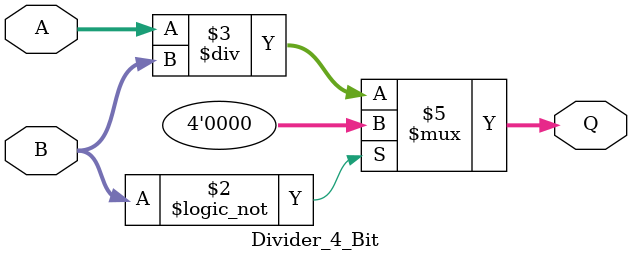
<source format=v>
`timescale 1ns / 1ps
module Divider_4_Bit(
    input [3:0] A,
    input [3:0] B,
    output reg [3:0] Q  // Quotient
);

    always @(*) begin
        if (B == 4'b0000) begin  // Avoiding dividing by 0 to avoid errors
            Q = 4'b0000;  // Quotient defaults to 0 in this case
        end
        else begin  // Standard integer division (remainder not displayed)
            Q = A / B;
        end
    end

endmodule
</source>
